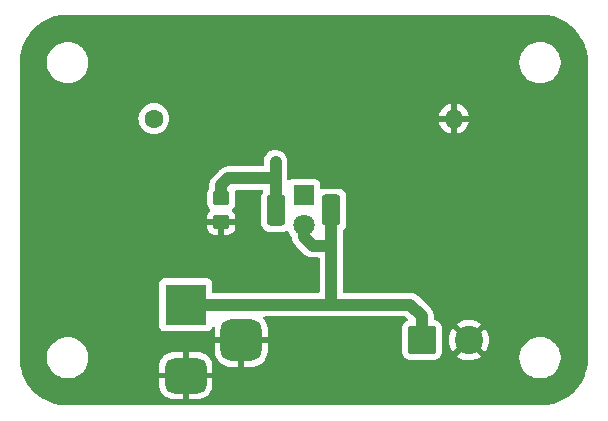
<source format=gbr>
%TF.GenerationSoftware,KiCad,Pcbnew,7.0.10*%
%TF.CreationDate,2024-03-02T17:11:43+01:00*%
%TF.ProjectId,explorer-light,6578706c-6f72-4657-922d-6c696768742e,rev?*%
%TF.SameCoordinates,Original*%
%TF.FileFunction,Copper,L1,Top*%
%TF.FilePolarity,Positive*%
%FSLAX46Y46*%
G04 Gerber Fmt 4.6, Leading zero omitted, Abs format (unit mm)*
G04 Created by KiCad (PCBNEW 7.0.10) date 2024-03-02 17:11:43*
%MOMM*%
%LPD*%
G01*
G04 APERTURE LIST*
G04 Aperture macros list*
%AMRoundRect*
0 Rectangle with rounded corners*
0 $1 Rounding radius*
0 $2 $3 $4 $5 $6 $7 $8 $9 X,Y pos of 4 corners*
0 Add a 4 corners polygon primitive as box body*
4,1,4,$2,$3,$4,$5,$6,$7,$8,$9,$2,$3,0*
0 Add four circle primitives for the rounded corners*
1,1,$1+$1,$2,$3*
1,1,$1+$1,$4,$5*
1,1,$1+$1,$6,$7*
1,1,$1+$1,$8,$9*
0 Add four rect primitives between the rounded corners*
20,1,$1+$1,$2,$3,$4,$5,0*
20,1,$1+$1,$4,$5,$6,$7,0*
20,1,$1+$1,$6,$7,$8,$9,0*
20,1,$1+$1,$8,$9,$2,$3,0*%
G04 Aperture macros list end*
%TA.AperFunction,ComponentPad*%
%ADD10R,3.500000X3.500000*%
%TD*%
%TA.AperFunction,ComponentPad*%
%ADD11RoundRect,0.750000X1.000000X-0.750000X1.000000X0.750000X-1.000000X0.750000X-1.000000X-0.750000X0*%
%TD*%
%TA.AperFunction,ComponentPad*%
%ADD12RoundRect,0.875000X0.875000X-0.875000X0.875000X0.875000X-0.875000X0.875000X-0.875000X-0.875000X0*%
%TD*%
%TA.AperFunction,ComponentPad*%
%ADD13RoundRect,0.250001X-0.949999X-0.949999X0.949999X-0.949999X0.949999X0.949999X-0.949999X0.949999X0*%
%TD*%
%TA.AperFunction,ComponentPad*%
%ADD14C,2.400000*%
%TD*%
%TA.AperFunction,ComponentPad*%
%ADD15R,1.800000X1.800000*%
%TD*%
%TA.AperFunction,ComponentPad*%
%ADD16C,1.800000*%
%TD*%
%TA.AperFunction,SMDPad,CuDef*%
%ADD17RoundRect,0.249999X-0.512501X-1.075001X0.512501X-1.075001X0.512501X1.075001X-0.512501X1.075001X0*%
%TD*%
%TA.AperFunction,ComponentPad*%
%ADD18C,1.600000*%
%TD*%
%TA.AperFunction,ComponentPad*%
%ADD19O,1.600000X1.600000*%
%TD*%
%TA.AperFunction,SMDPad,CuDef*%
%ADD20RoundRect,0.250000X-0.450000X0.350000X-0.450000X-0.350000X0.450000X-0.350000X0.450000X0.350000X0*%
%TD*%
%TA.AperFunction,ViaPad*%
%ADD21C,0.800000*%
%TD*%
%TA.AperFunction,Conductor*%
%ADD22C,1.000000*%
%TD*%
G04 APERTURE END LIST*
D10*
%TO.P,J2,1,Pin_1*%
%TO.N,VCC*%
X103014800Y-75116800D03*
D11*
%TO.P,J2,2,Pin_2*%
%TO.N,GND*%
X103014800Y-81116800D03*
D12*
%TO.P,J2,3,Pin_3*%
X107714800Y-78116800D03*
%TD*%
D13*
%TO.P,J1,1,Pin_1*%
%TO.N,VCC*%
X123014800Y-78116800D03*
D14*
%TO.P,J1,2,Pin_2*%
%TO.N,GND*%
X126974800Y-78116800D03*
%TD*%
D15*
%TO.P,D2,1,K*%
%TO.N,Net-(D1-K)*%
X113014800Y-65866800D03*
D16*
%TO.P,D2,2,A*%
%TO.N,VCC*%
X113014800Y-68406800D03*
%TD*%
D17*
%TO.P,D1,1,K*%
%TO.N,Net-(D1-K)*%
X110677300Y-67116800D03*
%TO.P,D1,2,A*%
%TO.N,VCC*%
X115352300Y-67116800D03*
%TD*%
D18*
%TO.P,R1,1*%
%TO.N,Net-(D1-K)*%
X100314800Y-59366800D03*
D19*
%TO.P,R1,2*%
%TO.N,GND*%
X125714800Y-59366800D03*
%TD*%
D20*
%TO.P,R2,1*%
%TO.N,Net-(D1-K)*%
X106014800Y-66116800D03*
%TO.P,R2,2*%
%TO.N,GND*%
X106014800Y-68116800D03*
%TD*%
D21*
%TO.N,Net-(D1-K)*%
X110614800Y-63016800D03*
%TD*%
D22*
%TO.N,VCC*%
X122014800Y-75116800D02*
X123014800Y-76116800D01*
X113764800Y-70116800D02*
X115352300Y-70116800D01*
X115352300Y-67116800D02*
X115352300Y-70116800D01*
X115514800Y-75116800D02*
X122014800Y-75116800D01*
X103014800Y-75116800D02*
X115514800Y-75116800D01*
X113014800Y-69366800D02*
X113764800Y-70116800D01*
X115352300Y-70116800D02*
X115352300Y-74954300D01*
X113014800Y-68406800D02*
X113014800Y-69366800D01*
X123014800Y-76116800D02*
X123014800Y-78116800D01*
X115352300Y-74954300D02*
X115514800Y-75116800D01*
%TO.N,Net-(D1-K)*%
X110614800Y-64416800D02*
X106614800Y-64416800D01*
X106014800Y-65016800D02*
X106014800Y-66116800D01*
X106614800Y-64416800D02*
X106014800Y-65016800D01*
X110614800Y-63016800D02*
X110614800Y-64416800D01*
X110614800Y-64416800D02*
X110614800Y-67054300D01*
X110614800Y-67054300D02*
X110677300Y-67116800D01*
%TD*%
%TA.AperFunction,Conductor*%
%TO.N,GND*%
G36*
X133721715Y-50618142D02*
G01*
X133774176Y-50625924D01*
X133784371Y-50627876D01*
X133967788Y-50671015D01*
X133969443Y-50671416D01*
X134150698Y-50716818D01*
X134159972Y-50719529D01*
X134339809Y-50779804D01*
X134341933Y-50780540D01*
X134516882Y-50843139D01*
X134525115Y-50846424D01*
X134699099Y-50923246D01*
X134701900Y-50924526D01*
X134869283Y-51003692D01*
X134876593Y-51007452D01*
X135043003Y-51100142D01*
X135046347Y-51102074D01*
X135204826Y-51197062D01*
X135211092Y-51201081D01*
X135368442Y-51308868D01*
X135372219Y-51311562D01*
X135520393Y-51421457D01*
X135525743Y-51425656D01*
X135672504Y-51547524D01*
X135676560Y-51551044D01*
X135813206Y-51674892D01*
X135817614Y-51679089D01*
X135952509Y-51813984D01*
X135956706Y-51818392D01*
X136080554Y-51955038D01*
X136084074Y-51959094D01*
X136205942Y-52105855D01*
X136210141Y-52111205D01*
X136320036Y-52259379D01*
X136322739Y-52263169D01*
X136430500Y-52420480D01*
X136434547Y-52426790D01*
X136529500Y-52585210D01*
X136531470Y-52588619D01*
X136624143Y-52754999D01*
X136627909Y-52762321D01*
X136707050Y-52929650D01*
X136708384Y-52932571D01*
X136785163Y-53106456D01*
X136788473Y-53114751D01*
X136851015Y-53289543D01*
X136851836Y-53291912D01*
X136912068Y-53471623D01*
X136914780Y-53480900D01*
X136960172Y-53662117D01*
X136960594Y-53663856D01*
X137003723Y-53847229D01*
X137005675Y-53857424D01*
X137033485Y-54044903D01*
X137033639Y-54045975D01*
X137034533Y-54052387D01*
X137035719Y-54068758D01*
X137078298Y-61093970D01*
X137078300Y-61094722D01*
X137078300Y-79613927D01*
X137078168Y-79619654D01*
X137070328Y-79789229D01*
X137070311Y-79789586D01*
X137060335Y-79992659D01*
X137059295Y-80003707D01*
X137033628Y-80187697D01*
X137033475Y-80188760D01*
X137005674Y-80376176D01*
X137003722Y-80386370D01*
X136960598Y-80569726D01*
X136960176Y-80571466D01*
X136914780Y-80752698D01*
X136912068Y-80761975D01*
X136851836Y-80941686D01*
X136851015Y-80944055D01*
X136788473Y-81118847D01*
X136785156Y-81127159D01*
X136708389Y-81301018D01*
X136707050Y-81303948D01*
X136627909Y-81471277D01*
X136624143Y-81478599D01*
X136531470Y-81644979D01*
X136529500Y-81648388D01*
X136434559Y-81806789D01*
X136430500Y-81813118D01*
X136322739Y-81970429D01*
X136320036Y-81974219D01*
X136210141Y-82122393D01*
X136205942Y-82127743D01*
X136084074Y-82274504D01*
X136080554Y-82278560D01*
X135956706Y-82415206D01*
X135952509Y-82419614D01*
X135817614Y-82554509D01*
X135813206Y-82558706D01*
X135676560Y-82682554D01*
X135672504Y-82686074D01*
X135525743Y-82807942D01*
X135520393Y-82812141D01*
X135372219Y-82922036D01*
X135368429Y-82924739D01*
X135211118Y-83032500D01*
X135204789Y-83036559D01*
X135046388Y-83131500D01*
X135042979Y-83133470D01*
X134876599Y-83226143D01*
X134869277Y-83229909D01*
X134701948Y-83309050D01*
X134699018Y-83310389D01*
X134525159Y-83387156D01*
X134516847Y-83390473D01*
X134342055Y-83453015D01*
X134339686Y-83453836D01*
X134159975Y-83514068D01*
X134150698Y-83516780D01*
X133969466Y-83562176D01*
X133967727Y-83562598D01*
X133784373Y-83605722D01*
X133774181Y-83607673D01*
X133721715Y-83615457D01*
X133703517Y-83616800D01*
X92326082Y-83616800D01*
X92307884Y-83615457D01*
X92255419Y-83607673D01*
X92245228Y-83605722D01*
X92061872Y-83562598D01*
X92060132Y-83562176D01*
X91878900Y-83516780D01*
X91869623Y-83514068D01*
X91689912Y-83453836D01*
X91687543Y-83453015D01*
X91512751Y-83390473D01*
X91504456Y-83387163D01*
X91330571Y-83310384D01*
X91327650Y-83309050D01*
X91160321Y-83229909D01*
X91152999Y-83226143D01*
X90986619Y-83133470D01*
X90983210Y-83131500D01*
X90958681Y-83116798D01*
X90824790Y-83036547D01*
X90818490Y-83032506D01*
X90661169Y-82924739D01*
X90657379Y-82922036D01*
X90509205Y-82812141D01*
X90503855Y-82807942D01*
X90357094Y-82686074D01*
X90353038Y-82682554D01*
X90216392Y-82558706D01*
X90211984Y-82554509D01*
X90077089Y-82419614D01*
X90072892Y-82415206D01*
X89949044Y-82278560D01*
X89945524Y-82274504D01*
X89823656Y-82127743D01*
X89819457Y-82122393D01*
X89709562Y-81974219D01*
X89706859Y-81970429D01*
X89599081Y-81813092D01*
X89595062Y-81806826D01*
X89500074Y-81648347D01*
X89498142Y-81645003D01*
X89405452Y-81478593D01*
X89401689Y-81471277D01*
X89322526Y-81303900D01*
X89321246Y-81301099D01*
X89244424Y-81127115D01*
X89241139Y-81118882D01*
X89178540Y-80943933D01*
X89177804Y-80941809D01*
X89117529Y-80761972D01*
X89114818Y-80752698D01*
X89069426Y-80571481D01*
X89069004Y-80569742D01*
X89063976Y-80548364D01*
X89025874Y-80386362D01*
X89023923Y-80376171D01*
X89022118Y-80364005D01*
X89016141Y-80323713D01*
X89014800Y-80305520D01*
X89014800Y-79747987D01*
X91264300Y-79747987D01*
X91274748Y-79817299D01*
X91303404Y-80007415D01*
X91303405Y-80007417D01*
X91303406Y-80007423D01*
X91380738Y-80258126D01*
X91494567Y-80494496D01*
X91494568Y-80494497D01*
X91494570Y-80494500D01*
X91494572Y-80494504D01*
X91588397Y-80632120D01*
X91642367Y-80711279D01*
X91820814Y-80903601D01*
X91820818Y-80903604D01*
X91820819Y-80903605D01*
X92025943Y-81067186D01*
X92253157Y-81198368D01*
X92497384Y-81294220D01*
X92753170Y-81352602D01*
X92753176Y-81352602D01*
X92753179Y-81352603D01*
X92949284Y-81367299D01*
X92949303Y-81367299D01*
X92949306Y-81367300D01*
X92949308Y-81367300D01*
X93080292Y-81367300D01*
X93080294Y-81367300D01*
X93080296Y-81367299D01*
X93080315Y-81367299D01*
X93276420Y-81352603D01*
X93276422Y-81352602D01*
X93276430Y-81352602D01*
X93532216Y-81294220D01*
X93776443Y-81198368D01*
X94003657Y-81067186D01*
X94208781Y-80903605D01*
X94242931Y-80866800D01*
X100764800Y-80866800D01*
X101581114Y-80866800D01*
X101555307Y-80906956D01*
X101514800Y-81044911D01*
X101514800Y-81188689D01*
X101555307Y-81326644D01*
X101581114Y-81366800D01*
X100764801Y-81366800D01*
X100764801Y-81930997D01*
X100775200Y-82063132D01*
X100830177Y-82281319D01*
X100923228Y-82486174D01*
X100923231Y-82486180D01*
X101051359Y-82671123D01*
X101051369Y-82671135D01*
X101210464Y-82830230D01*
X101210476Y-82830240D01*
X101395419Y-82958368D01*
X101395425Y-82958371D01*
X101600280Y-83051422D01*
X101818467Y-83106399D01*
X101950610Y-83116799D01*
X102764799Y-83116799D01*
X102764800Y-83116798D01*
X102764800Y-81616800D01*
X103264800Y-81616800D01*
X103264800Y-83116799D01*
X104078982Y-83116799D01*
X104078997Y-83116798D01*
X104211132Y-83106399D01*
X104429319Y-83051422D01*
X104634174Y-82958371D01*
X104634180Y-82958368D01*
X104819123Y-82830240D01*
X104819135Y-82830230D01*
X104978230Y-82671135D01*
X104978240Y-82671123D01*
X105106368Y-82486180D01*
X105106371Y-82486174D01*
X105199422Y-82281319D01*
X105254399Y-82063132D01*
X105264799Y-81930996D01*
X105264800Y-81930984D01*
X105264800Y-81366800D01*
X104448486Y-81366800D01*
X104474293Y-81326644D01*
X104514800Y-81188689D01*
X104514800Y-81044911D01*
X104474293Y-80906956D01*
X104448486Y-80866800D01*
X105264799Y-80866800D01*
X105264799Y-80302617D01*
X105264798Y-80302602D01*
X105254399Y-80170467D01*
X105199422Y-79952280D01*
X105106371Y-79747425D01*
X105106368Y-79747419D01*
X104978240Y-79562476D01*
X104978230Y-79562464D01*
X104819135Y-79403369D01*
X104819123Y-79403359D01*
X104634180Y-79275231D01*
X104634174Y-79275228D01*
X104429319Y-79182177D01*
X104211132Y-79127200D01*
X104078996Y-79116800D01*
X103264800Y-79116800D01*
X103264800Y-80616800D01*
X102764800Y-80616800D01*
X102764800Y-79116800D01*
X101950617Y-79116800D01*
X101950602Y-79116801D01*
X101818467Y-79127200D01*
X101600280Y-79182177D01*
X101395425Y-79275228D01*
X101395419Y-79275231D01*
X101210476Y-79403359D01*
X101210464Y-79403369D01*
X101051369Y-79562464D01*
X101051359Y-79562476D01*
X100923231Y-79747419D01*
X100923228Y-79747425D01*
X100830177Y-79952280D01*
X100775200Y-80170467D01*
X100764800Y-80302603D01*
X100764800Y-80866800D01*
X94242931Y-80866800D01*
X94387233Y-80711279D01*
X94535028Y-80494504D01*
X94648863Y-80258123D01*
X94726196Y-80007415D01*
X94765300Y-79747982D01*
X94765300Y-79485618D01*
X94726196Y-79226185D01*
X94648863Y-78975477D01*
X94591553Y-78856471D01*
X94535032Y-78739103D01*
X94535031Y-78739102D01*
X94535030Y-78739101D01*
X94535028Y-78739096D01*
X94387233Y-78522321D01*
X94339014Y-78470353D01*
X94208785Y-78329998D01*
X94048023Y-78201795D01*
X94003657Y-78166414D01*
X93776443Y-78035232D01*
X93532216Y-77939380D01*
X93532211Y-77939378D01*
X93532202Y-77939376D01*
X93314618Y-77889714D01*
X93276430Y-77880998D01*
X93276429Y-77880997D01*
X93276425Y-77880997D01*
X93276420Y-77880996D01*
X93080315Y-77866300D01*
X93080294Y-77866300D01*
X92949306Y-77866300D01*
X92949284Y-77866300D01*
X92753179Y-77880996D01*
X92753174Y-77880997D01*
X92497397Y-77939376D01*
X92497378Y-77939382D01*
X92253156Y-78035232D01*
X92025943Y-78166414D01*
X91820814Y-78329998D01*
X91642367Y-78522320D01*
X91494568Y-78739102D01*
X91494567Y-78739103D01*
X91380738Y-78975473D01*
X91303406Y-79226176D01*
X91303405Y-79226181D01*
X91303404Y-79226185D01*
X91288653Y-79324047D01*
X91264300Y-79485612D01*
X91264300Y-79747987D01*
X89014800Y-79747987D01*
X89014800Y-76914670D01*
X100764300Y-76914670D01*
X100764301Y-76914676D01*
X100770708Y-76974283D01*
X100821002Y-77109128D01*
X100821006Y-77109135D01*
X100907252Y-77224344D01*
X100907255Y-77224347D01*
X101022464Y-77310593D01*
X101022471Y-77310597D01*
X101157317Y-77360891D01*
X101157316Y-77360891D01*
X101164244Y-77361635D01*
X101216927Y-77367300D01*
X104812672Y-77367299D01*
X104872283Y-77360891D01*
X105007131Y-77310596D01*
X105122346Y-77224346D01*
X105208596Y-77109131D01*
X105226812Y-77060291D01*
X105268680Y-77004360D01*
X105334144Y-76979941D01*
X105402417Y-76994791D01*
X105451824Y-77044196D01*
X105466818Y-77110201D01*
X105464801Y-77148174D01*
X105464800Y-77148221D01*
X105464800Y-77866800D01*
X107214800Y-77866800D01*
X107214800Y-78366800D01*
X105464801Y-78366800D01*
X105464801Y-79085388D01*
X105467594Y-79137991D01*
X105512037Y-79367787D01*
X105594679Y-79586775D01*
X105713139Y-79788641D01*
X105713144Y-79788648D01*
X105864011Y-79967586D01*
X105864013Y-79967588D01*
X106042951Y-80118455D01*
X106042958Y-80118460D01*
X106244824Y-80236920D01*
X106463812Y-80319562D01*
X106693609Y-80364005D01*
X106746182Y-80366798D01*
X106746221Y-80366799D01*
X107464799Y-80366799D01*
X107464800Y-80366798D01*
X107464800Y-79550486D01*
X107504956Y-79576293D01*
X107642911Y-79616800D01*
X107786689Y-79616800D01*
X107924644Y-79576293D01*
X107964800Y-79550486D01*
X107964800Y-80366799D01*
X108683376Y-80366799D01*
X108683388Y-80366798D01*
X108735991Y-80364005D01*
X108965787Y-80319562D01*
X109184775Y-80236920D01*
X109386641Y-80118460D01*
X109386648Y-80118455D01*
X109565586Y-79967588D01*
X109565588Y-79967586D01*
X109716455Y-79788648D01*
X109716460Y-79788641D01*
X109834920Y-79586775D01*
X109917562Y-79367787D01*
X109962005Y-79137991D01*
X109962005Y-79137990D01*
X109964798Y-79085417D01*
X109964800Y-79085378D01*
X109964800Y-78366800D01*
X108214800Y-78366800D01*
X108214800Y-77866800D01*
X109964799Y-77866800D01*
X109964799Y-77148223D01*
X109964798Y-77148211D01*
X109962005Y-77095608D01*
X109917562Y-76865812D01*
X109834920Y-76646824D01*
X109716460Y-76444958D01*
X109716455Y-76444951D01*
X109612142Y-76321229D01*
X109583978Y-76257287D01*
X109594855Y-76188269D01*
X109641319Y-76136088D01*
X109706943Y-76117300D01*
X115413059Y-76117300D01*
X115472042Y-76117300D01*
X115481456Y-76117657D01*
X115489810Y-76118294D01*
X115540276Y-76122137D01*
X115540276Y-76122136D01*
X115540277Y-76122137D01*
X115570452Y-76118293D01*
X115586119Y-76117300D01*
X121549017Y-76117300D01*
X121616056Y-76136985D01*
X121636698Y-76153619D01*
X121770397Y-76287318D01*
X121803882Y-76348641D01*
X121798898Y-76418333D01*
X121757026Y-76474266D01*
X121747814Y-76480537D01*
X121596145Y-76574088D01*
X121472089Y-76698144D01*
X121472086Y-76698148D01*
X121379987Y-76847462D01*
X121379986Y-76847464D01*
X121324801Y-77014003D01*
X121324800Y-77014004D01*
X121314300Y-77116784D01*
X121314300Y-79116815D01*
X121324800Y-79219595D01*
X121324801Y-79219596D01*
X121379986Y-79386135D01*
X121379987Y-79386137D01*
X121472086Y-79535451D01*
X121472089Y-79535455D01*
X121596144Y-79659510D01*
X121596148Y-79659513D01*
X121745462Y-79751612D01*
X121745464Y-79751613D01*
X121745466Y-79751614D01*
X121912003Y-79806799D01*
X122014792Y-79817300D01*
X122014797Y-79817300D01*
X124014803Y-79817300D01*
X124014808Y-79817300D01*
X124117597Y-79806799D01*
X124284134Y-79751614D01*
X124433455Y-79659511D01*
X124557511Y-79535455D01*
X124649614Y-79386134D01*
X124704799Y-79219597D01*
X124715300Y-79116808D01*
X124715300Y-78116804D01*
X125270033Y-78116804D01*
X125289073Y-78370879D01*
X125345768Y-78619277D01*
X125345773Y-78619294D01*
X125438858Y-78856471D01*
X125438857Y-78856471D01*
X125566254Y-79077127D01*
X125566261Y-79077138D01*
X125608252Y-79129791D01*
X125608253Y-79129792D01*
X126334659Y-78403386D01*
X126394480Y-78517366D01*
X126507205Y-78644606D01*
X126647105Y-78741171D01*
X126688342Y-78756810D01*
X125961613Y-79483538D01*
X126122416Y-79593171D01*
X126122424Y-79593176D01*
X126351976Y-79703721D01*
X126351974Y-79703721D01*
X126595452Y-79778824D01*
X126595458Y-79778826D01*
X126847395Y-79816799D01*
X126847404Y-79816800D01*
X127102196Y-79816800D01*
X127102204Y-79816799D01*
X127354141Y-79778826D01*
X127354147Y-79778824D01*
X127454118Y-79747987D01*
X131264300Y-79747987D01*
X131274748Y-79817299D01*
X131303404Y-80007415D01*
X131303405Y-80007417D01*
X131303406Y-80007423D01*
X131380738Y-80258126D01*
X131494567Y-80494496D01*
X131494568Y-80494497D01*
X131494570Y-80494500D01*
X131494572Y-80494504D01*
X131588397Y-80632120D01*
X131642367Y-80711279D01*
X131820814Y-80903601D01*
X131820818Y-80903604D01*
X131820819Y-80903605D01*
X132025943Y-81067186D01*
X132253157Y-81198368D01*
X132497384Y-81294220D01*
X132753170Y-81352602D01*
X132753176Y-81352602D01*
X132753179Y-81352603D01*
X132949284Y-81367299D01*
X132949303Y-81367299D01*
X132949306Y-81367300D01*
X132949308Y-81367300D01*
X133080292Y-81367300D01*
X133080294Y-81367300D01*
X133080296Y-81367299D01*
X133080315Y-81367299D01*
X133276420Y-81352603D01*
X133276422Y-81352602D01*
X133276430Y-81352602D01*
X133532216Y-81294220D01*
X133776443Y-81198368D01*
X134003657Y-81067186D01*
X134208781Y-80903605D01*
X134387233Y-80711279D01*
X134535028Y-80494504D01*
X134648863Y-80258123D01*
X134726196Y-80007415D01*
X134765300Y-79747982D01*
X134765300Y-79485618D01*
X134726196Y-79226185D01*
X134648863Y-78975477D01*
X134591553Y-78856471D01*
X134535032Y-78739103D01*
X134535031Y-78739102D01*
X134535030Y-78739101D01*
X134535028Y-78739096D01*
X134387233Y-78522321D01*
X134339014Y-78470353D01*
X134208785Y-78329998D01*
X134048023Y-78201795D01*
X134003657Y-78166414D01*
X133776443Y-78035232D01*
X133532216Y-77939380D01*
X133532211Y-77939378D01*
X133532202Y-77939376D01*
X133314618Y-77889714D01*
X133276430Y-77880998D01*
X133276429Y-77880997D01*
X133276425Y-77880997D01*
X133276420Y-77880996D01*
X133080315Y-77866300D01*
X133080294Y-77866300D01*
X132949306Y-77866300D01*
X132949284Y-77866300D01*
X132753179Y-77880996D01*
X132753174Y-77880997D01*
X132497397Y-77939376D01*
X132497378Y-77939382D01*
X132253156Y-78035232D01*
X132025943Y-78166414D01*
X131820814Y-78329998D01*
X131642367Y-78522320D01*
X131494568Y-78739102D01*
X131494567Y-78739103D01*
X131380738Y-78975473D01*
X131303406Y-79226176D01*
X131303405Y-79226181D01*
X131303404Y-79226185D01*
X131288653Y-79324047D01*
X131264300Y-79485612D01*
X131264300Y-79747987D01*
X127454118Y-79747987D01*
X127597624Y-79703721D01*
X127827176Y-79593176D01*
X127827177Y-79593175D01*
X127987985Y-79483538D01*
X127261257Y-78756810D01*
X127302495Y-78741171D01*
X127442395Y-78644606D01*
X127555120Y-78517366D01*
X127614939Y-78403387D01*
X128341344Y-79129792D01*
X128341346Y-79129791D01*
X128383344Y-79077130D01*
X128510741Y-78856471D01*
X128603826Y-78619294D01*
X128603831Y-78619277D01*
X128660526Y-78370879D01*
X128679567Y-78116804D01*
X128679567Y-78116795D01*
X128660526Y-77862720D01*
X128603831Y-77614322D01*
X128603826Y-77614305D01*
X128510741Y-77377128D01*
X128510742Y-77377128D01*
X128383345Y-77156472D01*
X128341345Y-77103806D01*
X127614939Y-77830212D01*
X127555120Y-77716234D01*
X127442395Y-77588994D01*
X127302495Y-77492429D01*
X127261257Y-77476789D01*
X127987985Y-76750060D01*
X127827184Y-76640428D01*
X127827176Y-76640423D01*
X127597623Y-76529878D01*
X127597625Y-76529878D01*
X127354147Y-76454775D01*
X127354141Y-76454773D01*
X127102204Y-76416800D01*
X126847395Y-76416800D01*
X126595458Y-76454773D01*
X126595452Y-76454775D01*
X126351975Y-76529878D01*
X126122422Y-76640425D01*
X126122409Y-76640432D01*
X125961613Y-76750059D01*
X126688343Y-77476789D01*
X126647105Y-77492429D01*
X126507205Y-77588994D01*
X126394480Y-77716234D01*
X126334659Y-77830213D01*
X125608252Y-77103806D01*
X125566257Y-77156467D01*
X125438858Y-77377128D01*
X125345773Y-77614305D01*
X125345768Y-77614322D01*
X125289073Y-77862720D01*
X125270033Y-78116795D01*
X125270033Y-78116804D01*
X124715300Y-78116804D01*
X124715300Y-77116792D01*
X124704799Y-77014003D01*
X124649614Y-76847466D01*
X124647291Y-76843700D01*
X124557513Y-76698148D01*
X124557510Y-76698144D01*
X124433455Y-76574089D01*
X124433451Y-76574086D01*
X124284137Y-76481987D01*
X124284135Y-76481986D01*
X124117595Y-76426800D01*
X124113333Y-76425888D01*
X124051902Y-76392601D01*
X124018219Y-76331386D01*
X124015300Y-76304637D01*
X124015300Y-76131077D01*
X124015340Y-76127935D01*
X124017557Y-76040442D01*
X124017556Y-76040441D01*
X124017557Y-76040437D01*
X124007146Y-75982358D01*
X124005839Y-75973032D01*
X123999874Y-75914360D01*
X123999873Y-75914359D01*
X123990767Y-75885336D01*
X123987026Y-75870097D01*
X123981659Y-75840148D01*
X123959772Y-75785354D01*
X123956616Y-75776490D01*
X123938959Y-75720212D01*
X123924192Y-75693607D01*
X123917465Y-75679440D01*
X123906178Y-75651183D01*
X123873714Y-75601925D01*
X123868840Y-75593882D01*
X123840209Y-75542298D01*
X123820390Y-75519212D01*
X123810945Y-75506684D01*
X123794204Y-75481284D01*
X123752499Y-75439579D01*
X123746106Y-75432682D01*
X123707666Y-75387905D01*
X123683600Y-75369276D01*
X123671822Y-75358902D01*
X122732367Y-74419447D01*
X122730174Y-74417198D01*
X122669861Y-74353749D01*
X122669860Y-74353748D01*
X122669859Y-74353747D01*
X122621440Y-74320046D01*
X122613920Y-74314375D01*
X122568213Y-74277105D01*
X122568206Y-74277101D01*
X122541241Y-74263016D01*
X122527826Y-74254889D01*
X122502849Y-74237505D01*
X122502846Y-74237503D01*
X122502845Y-74237503D01*
X122502841Y-74237501D01*
X122448645Y-74214243D01*
X122440136Y-74210202D01*
X122387857Y-74182894D01*
X122387846Y-74182890D01*
X122358606Y-74174523D01*
X122343821Y-74169259D01*
X122315858Y-74157259D01*
X122258073Y-74145383D01*
X122248927Y-74143138D01*
X122192223Y-74126913D01*
X122168499Y-74125106D01*
X122161872Y-74124601D01*
X122146333Y-74122422D01*
X122116542Y-74116300D01*
X122116541Y-74116300D01*
X122057559Y-74116300D01*
X122048144Y-74115942D01*
X122045443Y-74115736D01*
X121989324Y-74111462D01*
X121959149Y-74115306D01*
X121943482Y-74116300D01*
X116476800Y-74116300D01*
X116409761Y-74096615D01*
X116364006Y-74043811D01*
X116352800Y-73992300D01*
X116352800Y-70145299D01*
X116352959Y-70139019D01*
X116356669Y-70065864D01*
X116354230Y-70049942D01*
X116352800Y-70031166D01*
X116352800Y-68816530D01*
X116372485Y-68749491D01*
X116389119Y-68728849D01*
X116457512Y-68660456D01*
X116549614Y-68511135D01*
X116604799Y-68344598D01*
X116615300Y-68241810D01*
X116615300Y-65991790D01*
X116604799Y-65889002D01*
X116549614Y-65722465D01*
X116457512Y-65573144D01*
X116333456Y-65449088D01*
X116184135Y-65356986D01*
X116017598Y-65301801D01*
X116017596Y-65301800D01*
X115914817Y-65291300D01*
X115914810Y-65291300D01*
X114789790Y-65291300D01*
X114789782Y-65291300D01*
X114687003Y-65301800D01*
X114686999Y-65301801D01*
X114578302Y-65337820D01*
X114508474Y-65340222D01*
X114448432Y-65304490D01*
X114417240Y-65241969D01*
X114415299Y-65220114D01*
X114415299Y-64918929D01*
X114415298Y-64918923D01*
X114408891Y-64859316D01*
X114358597Y-64724471D01*
X114358593Y-64724464D01*
X114272347Y-64609255D01*
X114272344Y-64609252D01*
X114157135Y-64523006D01*
X114157128Y-64523002D01*
X114022282Y-64472708D01*
X114022283Y-64472708D01*
X113962683Y-64466301D01*
X113962681Y-64466300D01*
X113962673Y-64466300D01*
X113962664Y-64466300D01*
X112066929Y-64466300D01*
X112066923Y-64466301D01*
X112007316Y-64472708D01*
X111872471Y-64523002D01*
X111872468Y-64523004D01*
X111813611Y-64567065D01*
X111748147Y-64591482D01*
X111679874Y-64576630D01*
X111630468Y-64527225D01*
X111615300Y-64467798D01*
X111615300Y-64445299D01*
X111615459Y-64439019D01*
X111616541Y-64417682D01*
X111619169Y-64365864D01*
X111616730Y-64349942D01*
X111615300Y-64331166D01*
X111615300Y-62966056D01*
X111599874Y-62814360D01*
X111538962Y-62620220D01*
X111538960Y-62620216D01*
X111538959Y-62620212D01*
X111440209Y-62442298D01*
X111440208Y-62442297D01*
X111440207Y-62442295D01*
X111307667Y-62287906D01*
X111307665Y-62287904D01*
X111146762Y-62163354D01*
X111146759Y-62163353D01*
X111146758Y-62163352D01*
X110964071Y-62073740D01*
X110767085Y-62022737D01*
X110767087Y-62022737D01*
X110631604Y-62015866D01*
X110563864Y-62012431D01*
X110563863Y-62012431D01*
X110563861Y-62012431D01*
X110362736Y-62043242D01*
X110362724Y-62043245D01*
X110171918Y-62113911D01*
X110171911Y-62113915D01*
X109999232Y-62221545D01*
X109999227Y-62221549D01*
X109851749Y-62361738D01*
X109851748Y-62361740D01*
X109735505Y-62528749D01*
X109655259Y-62715743D01*
X109614300Y-62915058D01*
X109614300Y-63292300D01*
X109594615Y-63359339D01*
X109541811Y-63405094D01*
X109490300Y-63416300D01*
X106629062Y-63416300D01*
X106625921Y-63416260D01*
X106624700Y-63416229D01*
X106538439Y-63414042D01*
X106538435Y-63414042D01*
X106480378Y-63424448D01*
X106471052Y-63425756D01*
X106412364Y-63431725D01*
X106412362Y-63431726D01*
X106383326Y-63440835D01*
X106368090Y-63444574D01*
X106338150Y-63449941D01*
X106338149Y-63449941D01*
X106283367Y-63471822D01*
X106274498Y-63474979D01*
X106218214Y-63492640D01*
X106218210Y-63492642D01*
X106191611Y-63507405D01*
X106177438Y-63514136D01*
X106149182Y-63525423D01*
X106149178Y-63525425D01*
X106099922Y-63557886D01*
X106091869Y-63562765D01*
X106040301Y-63591388D01*
X106017213Y-63611208D01*
X106004687Y-63620652D01*
X105979285Y-63637394D01*
X105979278Y-63637400D01*
X105937575Y-63679102D01*
X105930670Y-63685502D01*
X105885904Y-63723934D01*
X105867279Y-63747995D01*
X105856907Y-63759770D01*
X105317445Y-64299233D01*
X105315198Y-64301425D01*
X105251746Y-64361742D01*
X105218045Y-64410161D01*
X105212374Y-64417682D01*
X105175102Y-64463392D01*
X105175098Y-64463398D01*
X105161009Y-64490368D01*
X105152882Y-64503783D01*
X105135502Y-64528755D01*
X105112238Y-64582965D01*
X105108198Y-64591472D01*
X105080890Y-64643751D01*
X105080890Y-64643752D01*
X105072520Y-64673001D01*
X105067259Y-64687779D01*
X105055259Y-64715743D01*
X105043388Y-64773511D01*
X105041142Y-64782660D01*
X105024913Y-64839377D01*
X105022602Y-64869726D01*
X105020422Y-64885266D01*
X105014300Y-64915058D01*
X105014300Y-64974040D01*
X105013942Y-64983456D01*
X105009462Y-65042274D01*
X105013306Y-65072449D01*
X105014300Y-65088117D01*
X105014300Y-65204570D01*
X104994615Y-65271609D01*
X104977981Y-65292251D01*
X104972089Y-65298142D01*
X104879987Y-65447463D01*
X104879985Y-65447468D01*
X104859106Y-65510477D01*
X104824801Y-65614003D01*
X104824801Y-65614004D01*
X104824800Y-65614004D01*
X104814300Y-65716783D01*
X104814300Y-66516801D01*
X104814301Y-66516819D01*
X104824800Y-66619596D01*
X104824801Y-66619599D01*
X104879985Y-66786131D01*
X104879987Y-66786136D01*
X104972089Y-66935457D01*
X105066104Y-67029472D01*
X105099589Y-67090795D01*
X105094605Y-67160487D01*
X105066105Y-67204834D01*
X104972482Y-67298457D01*
X104880443Y-67447675D01*
X104880441Y-67447680D01*
X104825294Y-67614102D01*
X104825293Y-67614109D01*
X104814800Y-67716813D01*
X104814800Y-67866800D01*
X107214799Y-67866800D01*
X107214799Y-67716828D01*
X107214798Y-67716813D01*
X107204305Y-67614102D01*
X107149158Y-67447680D01*
X107149156Y-67447675D01*
X107057115Y-67298454D01*
X106963495Y-67204834D01*
X106930010Y-67143511D01*
X106934994Y-67073819D01*
X106963491Y-67029476D01*
X107057512Y-66935456D01*
X107149614Y-66786134D01*
X107204799Y-66619597D01*
X107215300Y-66516809D01*
X107215299Y-65716792D01*
X107204799Y-65614003D01*
X107204797Y-65613995D01*
X107193633Y-65580305D01*
X107191230Y-65510477D01*
X107226961Y-65450435D01*
X107289481Y-65419242D01*
X107311338Y-65417300D01*
X109446039Y-65417300D01*
X109513078Y-65436985D01*
X109558833Y-65489789D01*
X109568777Y-65558947D01*
X109551578Y-65606394D01*
X109521107Y-65655796D01*
X109479987Y-65722462D01*
X109479986Y-65722465D01*
X109424801Y-65889002D01*
X109424801Y-65889003D01*
X109424800Y-65889003D01*
X109414300Y-65991782D01*
X109414300Y-68241817D01*
X109424800Y-68344596D01*
X109479985Y-68511132D01*
X109479987Y-68511137D01*
X109514870Y-68567690D01*
X109572088Y-68660456D01*
X109696144Y-68784512D01*
X109845465Y-68876614D01*
X110012002Y-68931799D01*
X110114790Y-68942300D01*
X110114795Y-68942300D01*
X111239805Y-68942300D01*
X111239810Y-68942300D01*
X111342598Y-68931799D01*
X111509135Y-68876614D01*
X111531351Y-68862910D01*
X111598742Y-68844470D01*
X111665406Y-68865392D01*
X111710004Y-68918638D01*
X111778876Y-69075650D01*
X111864238Y-69206306D01*
X111905821Y-69269953D01*
X111979467Y-69349955D01*
X112010389Y-69412609D01*
X112012197Y-69437073D01*
X112012043Y-69443157D01*
X112012043Y-69443168D01*
X112022448Y-69501221D01*
X112023756Y-69510547D01*
X112029725Y-69569230D01*
X112029727Y-69569244D01*
X112038833Y-69598268D01*
X112042572Y-69613501D01*
X112047942Y-69643453D01*
X112047942Y-69643455D01*
X112069820Y-69698224D01*
X112072977Y-69707092D01*
X112090641Y-69763388D01*
X112090642Y-69763389D01*
X112090644Y-69763395D01*
X112105403Y-69789985D01*
X112112136Y-69804161D01*
X112123422Y-69832414D01*
X112123427Y-69832424D01*
X112155880Y-69881666D01*
X112160762Y-69889723D01*
X112189388Y-69941298D01*
X112189389Y-69941300D01*
X112189391Y-69941302D01*
X112209210Y-69964388D01*
X112218655Y-69976915D01*
X112235399Y-70002321D01*
X112277099Y-70044021D01*
X112283503Y-70050930D01*
X112321932Y-70095693D01*
X112321934Y-70095695D01*
X112345993Y-70114318D01*
X112357772Y-70124693D01*
X113047232Y-70814152D01*
X113049425Y-70816401D01*
X113109740Y-70879852D01*
X113109748Y-70879858D01*
X113158162Y-70913555D01*
X113165671Y-70919216D01*
X113211393Y-70956498D01*
X113238365Y-70970586D01*
X113251782Y-70978716D01*
X113276751Y-70996095D01*
X113330963Y-71019359D01*
X113339452Y-71023390D01*
X113391751Y-71050709D01*
X113413798Y-71057016D01*
X113420984Y-71059073D01*
X113435776Y-71064339D01*
X113463739Y-71076339D01*
X113463742Y-71076340D01*
X113521527Y-71088214D01*
X113530669Y-71090457D01*
X113587382Y-71106686D01*
X113617718Y-71108996D01*
X113633257Y-71111176D01*
X113663055Y-71117300D01*
X113663059Y-71117300D01*
X113722044Y-71117300D01*
X113731459Y-71117657D01*
X113790276Y-71122137D01*
X113820451Y-71118293D01*
X113836118Y-71117300D01*
X114227800Y-71117300D01*
X114294839Y-71136985D01*
X114340594Y-71189789D01*
X114351800Y-71241300D01*
X114351800Y-73992300D01*
X114332115Y-74059339D01*
X114279311Y-74105094D01*
X114227800Y-74116300D01*
X105389299Y-74116300D01*
X105322260Y-74096615D01*
X105276505Y-74043811D01*
X105265299Y-73992300D01*
X105265299Y-73318929D01*
X105265298Y-73318923D01*
X105265297Y-73318916D01*
X105258891Y-73259317D01*
X105208596Y-73124469D01*
X105208595Y-73124468D01*
X105208593Y-73124464D01*
X105122347Y-73009255D01*
X105122344Y-73009252D01*
X105007135Y-72923006D01*
X105007128Y-72923002D01*
X104872282Y-72872708D01*
X104872283Y-72872708D01*
X104812683Y-72866301D01*
X104812681Y-72866300D01*
X104812673Y-72866300D01*
X104812664Y-72866300D01*
X101216929Y-72866300D01*
X101216923Y-72866301D01*
X101157316Y-72872708D01*
X101022471Y-72923002D01*
X101022464Y-72923006D01*
X100907255Y-73009252D01*
X100907252Y-73009255D01*
X100821006Y-73124464D01*
X100821002Y-73124471D01*
X100770708Y-73259317D01*
X100764301Y-73318916D01*
X100764301Y-73318923D01*
X100764300Y-73318935D01*
X100764300Y-76914670D01*
X89014800Y-76914670D01*
X89014800Y-68366800D01*
X104814801Y-68366800D01*
X104814801Y-68516786D01*
X104825294Y-68619497D01*
X104880441Y-68785919D01*
X104880443Y-68785924D01*
X104972484Y-68935145D01*
X105096454Y-69059115D01*
X105245675Y-69151156D01*
X105245680Y-69151158D01*
X105412102Y-69206305D01*
X105412109Y-69206306D01*
X105514819Y-69216799D01*
X105764799Y-69216799D01*
X105764800Y-69216798D01*
X105764800Y-68366800D01*
X106264800Y-68366800D01*
X106264800Y-69216799D01*
X106514772Y-69216799D01*
X106514786Y-69216798D01*
X106617497Y-69206305D01*
X106783919Y-69151158D01*
X106783924Y-69151156D01*
X106933145Y-69059115D01*
X107057115Y-68935145D01*
X107149156Y-68785924D01*
X107149158Y-68785919D01*
X107204305Y-68619497D01*
X107204306Y-68619490D01*
X107214799Y-68516786D01*
X107214800Y-68516773D01*
X107214800Y-68366800D01*
X106264800Y-68366800D01*
X105764800Y-68366800D01*
X104814801Y-68366800D01*
X89014800Y-68366800D01*
X89014800Y-59366801D01*
X99009332Y-59366801D01*
X99029164Y-59593486D01*
X99029166Y-59593497D01*
X99088058Y-59813288D01*
X99088061Y-59813297D01*
X99184231Y-60019532D01*
X99184232Y-60019534D01*
X99314754Y-60205941D01*
X99475658Y-60366845D01*
X99475661Y-60366847D01*
X99662066Y-60497368D01*
X99868304Y-60593539D01*
X100088108Y-60652435D01*
X100250030Y-60666601D01*
X100314798Y-60672268D01*
X100314800Y-60672268D01*
X100314802Y-60672268D01*
X100371473Y-60667309D01*
X100541492Y-60652435D01*
X100761296Y-60593539D01*
X100967534Y-60497368D01*
X101153939Y-60366847D01*
X101314847Y-60205939D01*
X101445368Y-60019534D01*
X101541539Y-59813296D01*
X101600435Y-59593492D01*
X101620268Y-59366800D01*
X101600435Y-59140108D01*
X101594189Y-59116799D01*
X124435927Y-59116799D01*
X124435928Y-59116800D01*
X125399114Y-59116800D01*
X125387159Y-59128755D01*
X125329635Y-59241652D01*
X125309814Y-59366800D01*
X125329635Y-59491948D01*
X125387159Y-59604845D01*
X125399114Y-59616800D01*
X124435928Y-59616800D01*
X124488530Y-59813117D01*
X124488534Y-59813126D01*
X124584665Y-60019282D01*
X124715142Y-60205620D01*
X124875979Y-60366457D01*
X125062317Y-60496934D01*
X125268473Y-60593065D01*
X125268482Y-60593069D01*
X125464799Y-60645672D01*
X125464800Y-60645671D01*
X125464800Y-59682486D01*
X125476755Y-59694441D01*
X125589652Y-59751965D01*
X125683319Y-59766800D01*
X125746281Y-59766800D01*
X125839948Y-59751965D01*
X125952845Y-59694441D01*
X125964800Y-59682486D01*
X125964800Y-60645672D01*
X126161117Y-60593069D01*
X126161126Y-60593065D01*
X126367282Y-60496934D01*
X126553620Y-60366457D01*
X126714457Y-60205620D01*
X126844934Y-60019282D01*
X126941065Y-59813126D01*
X126941069Y-59813117D01*
X126993672Y-59616800D01*
X126030486Y-59616800D01*
X126042441Y-59604845D01*
X126099965Y-59491948D01*
X126119786Y-59366800D01*
X126099965Y-59241652D01*
X126042441Y-59128755D01*
X126030486Y-59116800D01*
X126993672Y-59116800D01*
X126993672Y-59116799D01*
X126941069Y-58920482D01*
X126941065Y-58920473D01*
X126844934Y-58714317D01*
X126714457Y-58527979D01*
X126553620Y-58367142D01*
X126367282Y-58236665D01*
X126161128Y-58140534D01*
X125964800Y-58087927D01*
X125964800Y-59051114D01*
X125952845Y-59039159D01*
X125839948Y-58981635D01*
X125746281Y-58966800D01*
X125683319Y-58966800D01*
X125589652Y-58981635D01*
X125476755Y-59039159D01*
X125464800Y-59051114D01*
X125464800Y-58087927D01*
X125268471Y-58140534D01*
X125062317Y-58236665D01*
X124875979Y-58367142D01*
X124715142Y-58527979D01*
X124584665Y-58714317D01*
X124488534Y-58920473D01*
X124488530Y-58920482D01*
X124435927Y-59116799D01*
X101594189Y-59116799D01*
X101541539Y-58920304D01*
X101445368Y-58714066D01*
X101314847Y-58527661D01*
X101314845Y-58527658D01*
X101153941Y-58366754D01*
X100967534Y-58236232D01*
X100967532Y-58236231D01*
X100761297Y-58140061D01*
X100761288Y-58140058D01*
X100541497Y-58081166D01*
X100541493Y-58081165D01*
X100541492Y-58081165D01*
X100541491Y-58081164D01*
X100541486Y-58081164D01*
X100314802Y-58061332D01*
X100314798Y-58061332D01*
X100088113Y-58081164D01*
X100088102Y-58081166D01*
X99868311Y-58140058D01*
X99868302Y-58140061D01*
X99662067Y-58236231D01*
X99662065Y-58236232D01*
X99475658Y-58366754D01*
X99314754Y-58527658D01*
X99184232Y-58714065D01*
X99184231Y-58714067D01*
X99088061Y-58920302D01*
X99088058Y-58920311D01*
X99029166Y-59140102D01*
X99029164Y-59140113D01*
X99009332Y-59366798D01*
X99009332Y-59366801D01*
X89014800Y-59366801D01*
X89014800Y-54747987D01*
X91264300Y-54747987D01*
X91284594Y-54882623D01*
X91303404Y-55007415D01*
X91303405Y-55007417D01*
X91303406Y-55007423D01*
X91380738Y-55258126D01*
X91494567Y-55494496D01*
X91494568Y-55494497D01*
X91494570Y-55494500D01*
X91494572Y-55494504D01*
X91642367Y-55711279D01*
X91820814Y-55903601D01*
X91820818Y-55903604D01*
X91820819Y-55903605D01*
X92025943Y-56067186D01*
X92253157Y-56198368D01*
X92497384Y-56294220D01*
X92753170Y-56352602D01*
X92753176Y-56352602D01*
X92753179Y-56352603D01*
X92949284Y-56367299D01*
X92949303Y-56367299D01*
X92949306Y-56367300D01*
X92949308Y-56367300D01*
X93080292Y-56367300D01*
X93080294Y-56367300D01*
X93080296Y-56367299D01*
X93080315Y-56367299D01*
X93276420Y-56352603D01*
X93276422Y-56352602D01*
X93276430Y-56352602D01*
X93532216Y-56294220D01*
X93776443Y-56198368D01*
X94003657Y-56067186D01*
X94208781Y-55903605D01*
X94387233Y-55711279D01*
X94535028Y-55494504D01*
X94648863Y-55258123D01*
X94726196Y-55007415D01*
X94765299Y-54747987D01*
X131264300Y-54747987D01*
X131284594Y-54882623D01*
X131303404Y-55007415D01*
X131303405Y-55007417D01*
X131303406Y-55007423D01*
X131380738Y-55258126D01*
X131494567Y-55494496D01*
X131494568Y-55494497D01*
X131494570Y-55494500D01*
X131494572Y-55494504D01*
X131642367Y-55711279D01*
X131820814Y-55903601D01*
X131820818Y-55903604D01*
X131820819Y-55903605D01*
X132025943Y-56067186D01*
X132253157Y-56198368D01*
X132497384Y-56294220D01*
X132753170Y-56352602D01*
X132753176Y-56352602D01*
X132753179Y-56352603D01*
X132949284Y-56367299D01*
X132949303Y-56367299D01*
X132949306Y-56367300D01*
X132949308Y-56367300D01*
X133080292Y-56367300D01*
X133080294Y-56367300D01*
X133080296Y-56367299D01*
X133080315Y-56367299D01*
X133276420Y-56352603D01*
X133276422Y-56352602D01*
X133276430Y-56352602D01*
X133532216Y-56294220D01*
X133776443Y-56198368D01*
X134003657Y-56067186D01*
X134208781Y-55903605D01*
X134387233Y-55711279D01*
X134535028Y-55494504D01*
X134648863Y-55258123D01*
X134726196Y-55007415D01*
X134765300Y-54747982D01*
X134765300Y-54485618D01*
X134726196Y-54226185D01*
X134648863Y-53975477D01*
X134592012Y-53857424D01*
X134535032Y-53739103D01*
X134535031Y-53739102D01*
X134535030Y-53739101D01*
X134535028Y-53739096D01*
X134387233Y-53522321D01*
X134348788Y-53480887D01*
X134208785Y-53329998D01*
X134158056Y-53289543D01*
X134003657Y-53166414D01*
X133776443Y-53035232D01*
X133532216Y-52939380D01*
X133532211Y-52939378D01*
X133532202Y-52939376D01*
X133314618Y-52889714D01*
X133276430Y-52880998D01*
X133276429Y-52880997D01*
X133276425Y-52880997D01*
X133276420Y-52880996D01*
X133080315Y-52866300D01*
X133080294Y-52866300D01*
X132949306Y-52866300D01*
X132949284Y-52866300D01*
X132753179Y-52880996D01*
X132753174Y-52880997D01*
X132497397Y-52939376D01*
X132497378Y-52939382D01*
X132253156Y-53035232D01*
X132025943Y-53166414D01*
X131820814Y-53329998D01*
X131642367Y-53522320D01*
X131494568Y-53739102D01*
X131494567Y-53739103D01*
X131380738Y-53975473D01*
X131303406Y-54226176D01*
X131303405Y-54226181D01*
X131303404Y-54226185D01*
X131288653Y-54324047D01*
X131264300Y-54485612D01*
X131264300Y-54747987D01*
X94765299Y-54747987D01*
X94765300Y-54747982D01*
X94765300Y-54485618D01*
X94726196Y-54226185D01*
X94648863Y-53975477D01*
X94592012Y-53857424D01*
X94535032Y-53739103D01*
X94535031Y-53739102D01*
X94535030Y-53739101D01*
X94535028Y-53739096D01*
X94387233Y-53522321D01*
X94348788Y-53480887D01*
X94208785Y-53329998D01*
X94158056Y-53289543D01*
X94003657Y-53166414D01*
X93776443Y-53035232D01*
X93532216Y-52939380D01*
X93532211Y-52939378D01*
X93532202Y-52939376D01*
X93314618Y-52889714D01*
X93276430Y-52880998D01*
X93276429Y-52880997D01*
X93276425Y-52880997D01*
X93276420Y-52880996D01*
X93080315Y-52866300D01*
X93080294Y-52866300D01*
X92949306Y-52866300D01*
X92949284Y-52866300D01*
X92753179Y-52880996D01*
X92753174Y-52880997D01*
X92497397Y-52939376D01*
X92497378Y-52939382D01*
X92253156Y-53035232D01*
X92025943Y-53166414D01*
X91820814Y-53329998D01*
X91642367Y-53522320D01*
X91494568Y-53739102D01*
X91494567Y-53739103D01*
X91380738Y-53975473D01*
X91303406Y-54226176D01*
X91303405Y-54226181D01*
X91303404Y-54226185D01*
X91288653Y-54324047D01*
X91264300Y-54485612D01*
X91264300Y-54747987D01*
X89014800Y-54747987D01*
X89014800Y-53928080D01*
X89016142Y-53909886D01*
X89023924Y-53857423D01*
X89025876Y-53847228D01*
X89069031Y-53663743D01*
X89069401Y-53662217D01*
X89114821Y-53480887D01*
X89117524Y-53471641D01*
X89177826Y-53291726D01*
X89178518Y-53289728D01*
X89241145Y-53114698D01*
X89244416Y-53106503D01*
X89321273Y-52932439D01*
X89322499Y-52929756D01*
X89401704Y-52762291D01*
X89405438Y-52755030D01*
X89498173Y-52588540D01*
X89500042Y-52585306D01*
X89595081Y-52426743D01*
X89599061Y-52420536D01*
X89706904Y-52263105D01*
X89709516Y-52259442D01*
X89819466Y-52111192D01*
X89823645Y-52105867D01*
X89945556Y-51959056D01*
X89949009Y-51955077D01*
X90072930Y-51818351D01*
X90077049Y-51814025D01*
X90212025Y-51679049D01*
X90216351Y-51674930D01*
X90353077Y-51551009D01*
X90357056Y-51547556D01*
X90503867Y-51425645D01*
X90509192Y-51421466D01*
X90657442Y-51311516D01*
X90661105Y-51308904D01*
X90818536Y-51201061D01*
X90824743Y-51197081D01*
X90983306Y-51102042D01*
X90986540Y-51100173D01*
X91153030Y-51007438D01*
X91160291Y-51003704D01*
X91327756Y-50924499D01*
X91330439Y-50923273D01*
X91504503Y-50846416D01*
X91512698Y-50843145D01*
X91687728Y-50780518D01*
X91689726Y-50779826D01*
X91869641Y-50719524D01*
X91878887Y-50716821D01*
X92060217Y-50671401D01*
X92061743Y-50671031D01*
X92245236Y-50627874D01*
X92255420Y-50625924D01*
X92280782Y-50622162D01*
X92307886Y-50618142D01*
X92326080Y-50616800D01*
X133703520Y-50616800D01*
X133721715Y-50618142D01*
G37*
%TD.AperFunction*%
%TD*%
M02*

</source>
